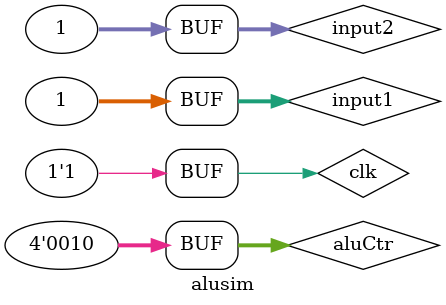
<source format=v>
`timescale 1ns / 1ps


module alusim;

	// Inputs
	reg [31:0] input1;
	reg [31:0] input2;
	reg [3:0] aluCtr;

	// Outputs
	wire [31:0] aluRes;
	wire zero;

	// Instantiate the Unit Under Test (UUT)
	alu uut (
		.input1(input1), 
		.input2(input2), 
		.aluCtr(aluCtr), 
		.aluRes(aluRes), 
		.zero(zero)
	);

	initial begin
		// Initialize Inputs
		input1 = 1;
		input2 = 1;
		aluCtr = 4'b0110;

		// Wait 100 ns for global reset to finish
		#100;
        
		// Add stimulus here
		input1 = 2;
		input2 = 1;
		aluCtr = 4'b0110;
		#100
		
		input1 = 1;
		input2 = 1;
		aluCtr = 4'b0010;
	end
	
	reg clk;
	parameter PERIOD = 20;
	always begin 
		clk = 1'b0;
		#(PERIOD / 2) clk = 1'b1;
		#(PERIOD / 2) ;
	end
endmodule


</source>
